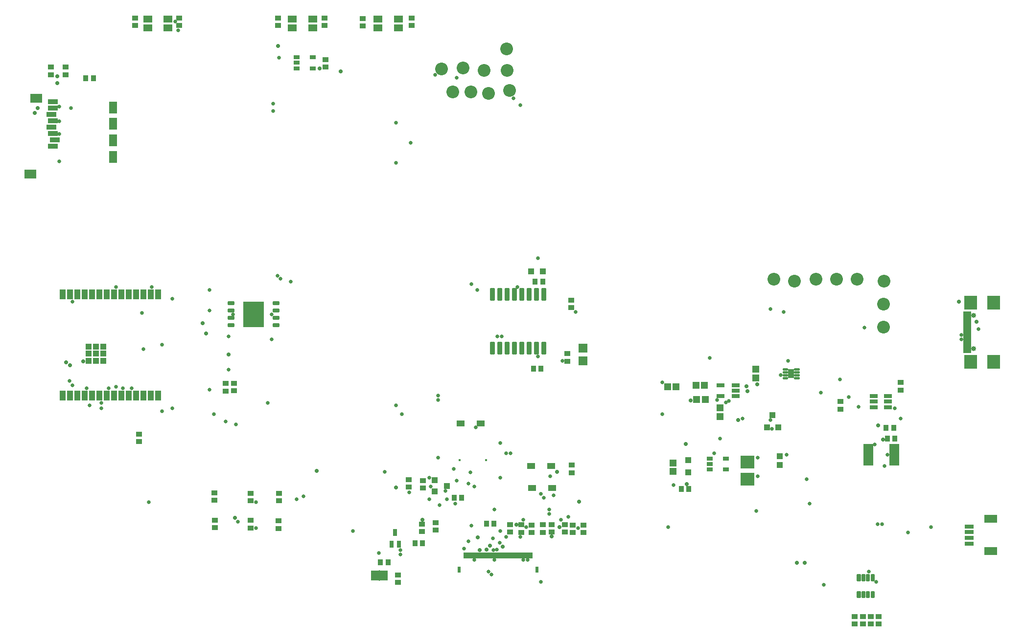
<source format=gbr>
G04 EAGLE Gerber RS-274X export*
G75*
%MOMM*%
%FSLAX34Y34*%
%LPD*%
%INSoldermask Top*%
%IPPOS*%
%AMOC8*
5,1,8,0,0,1.08239X$1,22.5*%
G01*
G04 Define Apertures*
%ADD10R,1.603200X1.253200*%
%ADD11R,1.103200X0.903200*%
%ADD12R,1.603200X1.603200*%
%ADD13R,0.903200X1.103200*%
%ADD14R,2.403200X2.203200*%
%ADD15R,1.003200X1.003200*%
%ADD16R,1.403200X0.803200*%
%ADD17R,1.143200X1.173200*%
%ADD18R,1.173200X1.143200*%
%ADD19R,1.103200X1.003200*%
%ADD20R,1.353200X1.003200*%
%ADD21R,1.003200X1.103200*%
%ADD22R,1.103200X0.803200*%
%ADD23R,1.353200X0.503200*%
%ADD24R,2.203200X2.383200*%
%ADD25C,0.853200*%
%ADD26R,0.503200X1.003200*%
%ADD27R,0.603200X1.003200*%
%ADD28R,2.203200X1.403200*%
%ADD29R,1.553200X0.803200*%
%ADD30R,1.403200X2.003200*%
%ADD31R,2.103200X1.603200*%
%ADD32R,1.703200X0.903200*%
%ADD33R,0.330200X0.330200*%
%ADD34R,1.403200X0.753200*%
%ADD35R,1.703200X3.803200*%
%ADD36R,0.703200X1.253200*%
%ADD37C,0.330503*%
%ADD38R,0.152400X1.828800*%
%ADD39R,1.371600X1.803400*%
%ADD40C,2.203200*%
%ADD41C,0.315166*%
%ADD42R,3.603200X4.503200*%
%ADD43R,1.103200X1.703200*%
%ADD44C,0.349006*%
%ADD45C,0.269722*%
%ADD46R,1.103200X1.503200*%
%ADD47C,0.705600*%
%ADD48C,0.655600*%
D10*
X400500Y1041828D03*
X365500Y1041828D03*
X365500Y1026828D03*
X400500Y1026828D03*
D11*
X264400Y397900D03*
X264400Y410900D03*
X798900Y152900D03*
X798900Y165900D03*
D12*
X868400Y450000D03*
X868400Y472000D03*
D11*
X589800Y154100D03*
X589800Y167100D03*
D13*
X1038300Y227800D03*
X1051300Y227800D03*
D11*
X1366200Y-5700D03*
X1366200Y7300D03*
X293200Y207900D03*
X293200Y220900D03*
X613400Y157100D03*
X613400Y170100D03*
D14*
X1153000Y244900D03*
X1153000Y274900D03*
D11*
X1352100Y-5500D03*
X1352100Y7500D03*
X1417300Y399300D03*
X1417300Y412300D03*
X230900Y208700D03*
X230900Y221700D03*
X848900Y256300D03*
X848900Y269300D03*
X342000Y207900D03*
X342000Y220900D03*
X761400Y152900D03*
X761400Y165900D03*
X836800Y153400D03*
X836800Y166400D03*
D13*
X8100Y939400D03*
X21100Y939400D03*
D10*
X548500Y1041828D03*
X513500Y1041828D03*
X513500Y1026828D03*
X548500Y1026828D03*
D15*
X1208800Y269500D03*
X1208800Y284500D03*
D11*
X1313700Y366500D03*
X1313700Y379500D03*
D16*
X1370800Y388800D03*
X1370800Y379300D03*
X1370800Y369800D03*
X1395800Y369800D03*
X1395800Y379300D03*
X1395800Y388800D03*
D17*
X1167200Y420300D03*
X1167200Y435300D03*
X1105000Y353300D03*
X1105000Y368300D03*
D18*
X1014300Y404800D03*
X1029300Y404800D03*
D19*
X1049900Y256915D03*
X1049900Y277915D03*
D20*
X656400Y341800D03*
X691400Y341800D03*
X779700Y230100D03*
X814700Y230100D03*
X778100Y267600D03*
X813100Y267600D03*
D18*
X1063300Y407800D03*
X1078300Y407800D03*
D21*
X778078Y604900D03*
X799078Y604900D03*
D17*
X1023600Y258300D03*
X1023600Y273300D03*
D18*
X1064900Y382800D03*
X1079900Y382800D03*
D11*
X850500Y152571D03*
X850500Y165571D03*
X814100Y153500D03*
X814100Y166500D03*
X778900Y152415D03*
X778900Y165415D03*
X742000Y153571D03*
X742000Y166571D03*
X1337800Y-5900D03*
X1337800Y7100D03*
X1379500Y-5500D03*
X1379500Y7500D03*
D13*
X701400Y167600D03*
X714400Y167600D03*
X1394500Y315600D03*
X1407500Y315600D03*
X1392600Y333600D03*
X1405600Y333600D03*
D11*
X869200Y152600D03*
X869200Y165600D03*
D22*
X373000Y975500D03*
X373000Y966000D03*
X373000Y956500D03*
X401000Y956500D03*
X401000Y975500D03*
X1087400Y281000D03*
X1087400Y271500D03*
X1087400Y262000D03*
X1115400Y262000D03*
X1115400Y281000D03*
D23*
X1533028Y466100D03*
X1533028Y474100D03*
X1533028Y487100D03*
X1533028Y497100D03*
X1533028Y502100D03*
X1533028Y512100D03*
X1533028Y525100D03*
X1533028Y533100D03*
X1533028Y530100D03*
X1533028Y522100D03*
X1533028Y517100D03*
X1533028Y507100D03*
X1533028Y492100D03*
X1533028Y482100D03*
X1533028Y477100D03*
X1533028Y469100D03*
D24*
X1578078Y448500D03*
X1578078Y550700D03*
X1538778Y448500D03*
X1538778Y550700D03*
D25*
X1543778Y470700D03*
X1543778Y528500D03*
D26*
X778700Y113000D03*
X773700Y113000D03*
X768700Y113000D03*
X763700Y113000D03*
X758700Y113000D03*
X753700Y113000D03*
X748700Y113000D03*
X743700Y113000D03*
X738700Y113000D03*
X733700Y113000D03*
X728700Y113000D03*
X723700Y113000D03*
X718700Y113000D03*
X713700Y113000D03*
X708700Y113000D03*
X703700Y113000D03*
X698700Y113000D03*
X693700Y113000D03*
X688700Y113000D03*
X683700Y113000D03*
X678700Y113000D03*
X673700Y113000D03*
X668700Y113000D03*
X663700Y113000D03*
D27*
X788700Y88000D03*
X653700Y88000D03*
D28*
X1573078Y120200D03*
X1573078Y176200D03*
D29*
X1536328Y133200D03*
X1536328Y143200D03*
X1536328Y153200D03*
X1536328Y163200D03*
D30*
X54922Y803300D03*
X54922Y860300D03*
D31*
X-87578Y773300D03*
X-77578Y904800D03*
D32*
X-49078Y821300D03*
X-45078Y832300D03*
X-49078Y843300D03*
X-51078Y854300D03*
X-49078Y865300D03*
X-51078Y876300D03*
X-49078Y887300D03*
X-49078Y898300D03*
D30*
X54922Y831800D03*
X54922Y888800D03*
D33*
X654440Y278000D03*
X700160Y278000D03*
D34*
X1132001Y389000D03*
X1132001Y398500D03*
X1132001Y408000D03*
X1105999Y408000D03*
X1105999Y389000D03*
D35*
X1361300Y287400D03*
X1406300Y287400D03*
D21*
X1186600Y334600D03*
X1205600Y334600D03*
X1196100Y355600D03*
D19*
X611800Y243100D03*
X611800Y224100D03*
X632800Y233600D03*
D36*
X536900Y132100D03*
X549900Y132100D03*
X543400Y153100D03*
D11*
X100500Y310300D03*
X100500Y323300D03*
X-26700Y945400D03*
X-26700Y958400D03*
D13*
X518000Y101100D03*
X531000Y101100D03*
D11*
X840600Y449300D03*
X840600Y462300D03*
X848100Y542000D03*
X848100Y555000D03*
D13*
X782500Y436000D03*
X795500Y436000D03*
D11*
X249900Y397800D03*
X249900Y410800D03*
D13*
X645200Y212800D03*
X658200Y212800D03*
X785300Y587000D03*
X798300Y587000D03*
X577800Y133915D03*
X590800Y133915D03*
D11*
X567000Y231300D03*
X567000Y244300D03*
X548100Y66071D03*
X548100Y79071D03*
X231600Y160900D03*
X231600Y173900D03*
X-52500Y945400D03*
X-52500Y958400D03*
X422400Y958700D03*
X422400Y971700D03*
X571600Y1030578D03*
X571600Y1043578D03*
X420800Y1030578D03*
X420800Y1043578D03*
X170000Y1030578D03*
X170000Y1043578D03*
X293200Y160700D03*
X293200Y173700D03*
D10*
X150500Y1041828D03*
X115500Y1041828D03*
X115500Y1026828D03*
X150500Y1026828D03*
D11*
X340600Y1030578D03*
X340600Y1043578D03*
X591000Y229500D03*
X591000Y242500D03*
X487200Y1029500D03*
X487200Y1042500D03*
X341600Y159900D03*
X341600Y172900D03*
X93400Y1030500D03*
X93400Y1043500D03*
D37*
X1346964Y79024D02*
X1346964Y70136D01*
X1343236Y70136D01*
X1343236Y79024D01*
X1346964Y79024D01*
X1346964Y73276D02*
X1343236Y73276D01*
X1343236Y76416D02*
X1346964Y76416D01*
X1354964Y79024D02*
X1354964Y70136D01*
X1351236Y70136D01*
X1351236Y79024D01*
X1354964Y79024D01*
X1354964Y73276D02*
X1351236Y73276D01*
X1351236Y76416D02*
X1354964Y76416D01*
X1362964Y79024D02*
X1362964Y70136D01*
X1359236Y70136D01*
X1359236Y79024D01*
X1362964Y79024D01*
X1362964Y73276D02*
X1359236Y73276D01*
X1359236Y76416D02*
X1362964Y76416D01*
X1370964Y79024D02*
X1370964Y70136D01*
X1367236Y70136D01*
X1367236Y79024D01*
X1370964Y79024D01*
X1370964Y73276D02*
X1367236Y73276D01*
X1367236Y76416D02*
X1370964Y76416D01*
X1371164Y49864D02*
X1371164Y40976D01*
X1367436Y40976D01*
X1367436Y49864D01*
X1371164Y49864D01*
X1371164Y44116D02*
X1367436Y44116D01*
X1367436Y47256D02*
X1371164Y47256D01*
X1362964Y49864D02*
X1362964Y40976D01*
X1359236Y40976D01*
X1359236Y49864D01*
X1362964Y49864D01*
X1362964Y44116D02*
X1359236Y44116D01*
X1359236Y47256D02*
X1362964Y47256D01*
X1354964Y49864D02*
X1354964Y40976D01*
X1351236Y40976D01*
X1351236Y49864D01*
X1354964Y49864D01*
X1354964Y44116D02*
X1351236Y44116D01*
X1351236Y47256D02*
X1354964Y47256D01*
X1346964Y49864D02*
X1346964Y40976D01*
X1343236Y40976D01*
X1343236Y49864D01*
X1346964Y49864D01*
X1346964Y44116D02*
X1343236Y44116D01*
X1343236Y47256D02*
X1346964Y47256D01*
D38*
X516200Y78500D03*
D39*
X508580Y78500D03*
X523820Y78500D03*
D40*
X623100Y955200D03*
X1198400Y591200D03*
X704900Y913200D03*
X673900Y915200D03*
X642924Y915200D03*
X1233900Y588200D03*
X1271400Y591200D03*
X735900Y990200D03*
X1306400Y591200D03*
X660900Y957000D03*
X1388100Y508000D03*
X697300Y953000D03*
X736500Y953000D03*
X740700Y918000D03*
X1387900Y548000D03*
X1389100Y588000D03*
X1342300Y591000D03*
D41*
X263490Y548010D02*
X255210Y548010D01*
X255210Y551290D01*
X263490Y551290D01*
X263490Y548010D01*
X263490Y551004D02*
X255210Y551004D01*
X255210Y535310D02*
X263490Y535310D01*
X255210Y535310D02*
X255210Y538590D01*
X263490Y538590D01*
X263490Y535310D01*
X263490Y538304D02*
X255210Y538304D01*
X255210Y522610D02*
X263490Y522610D01*
X255210Y522610D02*
X255210Y525890D01*
X263490Y525890D01*
X263490Y522610D01*
X263490Y525604D02*
X255210Y525604D01*
X255210Y509910D02*
X263490Y509910D01*
X255210Y509910D02*
X255210Y513190D01*
X263490Y513190D01*
X263490Y509910D01*
X263490Y512904D02*
X255210Y512904D01*
X333110Y509910D02*
X341390Y509910D01*
X333110Y509910D02*
X333110Y513190D01*
X341390Y513190D01*
X341390Y509910D01*
X341390Y512904D02*
X333110Y512904D01*
X333110Y522610D02*
X341390Y522610D01*
X333110Y522610D02*
X333110Y525890D01*
X341390Y525890D01*
X341390Y522610D01*
X341390Y525604D02*
X333110Y525604D01*
X333110Y535310D02*
X341390Y535310D01*
X333110Y535310D02*
X333110Y538590D01*
X341390Y538590D01*
X341390Y535310D01*
X341390Y538304D02*
X333110Y538304D01*
X333110Y548010D02*
X341390Y548010D01*
X333110Y548010D02*
X333110Y551290D01*
X341390Y551290D01*
X341390Y548010D01*
X341390Y551004D02*
X333110Y551004D01*
D42*
X298300Y530600D03*
D43*
X-31600Y389900D03*
X-18900Y389900D03*
X-6200Y389900D03*
X6500Y389900D03*
X19200Y389900D03*
X31900Y389900D03*
X44600Y389900D03*
X57300Y389900D03*
X70000Y389900D03*
X82700Y389900D03*
X95400Y389900D03*
X108100Y389900D03*
X120800Y389900D03*
X133500Y389900D03*
X133500Y564900D03*
X120800Y564900D03*
X108100Y564900D03*
X95400Y564900D03*
X82700Y564900D03*
X70000Y564900D03*
X57300Y564900D03*
X44600Y564900D03*
X31900Y564900D03*
X19200Y564900D03*
X6500Y564900D03*
X-6200Y564900D03*
X-18900Y564900D03*
X-31600Y564900D03*
D15*
X25600Y462350D03*
X13100Y449850D03*
X13100Y462350D03*
X13100Y474850D03*
X25600Y449850D03*
X25600Y474850D03*
X38100Y449850D03*
X38100Y462350D03*
X38100Y474850D03*
D44*
X798129Y555529D02*
X798129Y574571D01*
X802571Y574571D01*
X802571Y555529D01*
X798129Y555529D01*
X798129Y558844D02*
X802571Y558844D01*
X802571Y562159D02*
X798129Y562159D01*
X798129Y565474D02*
X802571Y565474D01*
X802571Y568789D02*
X798129Y568789D01*
X798129Y572104D02*
X802571Y572104D01*
X785429Y574571D02*
X785429Y555529D01*
X785429Y574571D02*
X789871Y574571D01*
X789871Y555529D01*
X785429Y555529D01*
X785429Y558844D02*
X789871Y558844D01*
X789871Y562159D02*
X785429Y562159D01*
X785429Y565474D02*
X789871Y565474D01*
X789871Y568789D02*
X785429Y568789D01*
X785429Y572104D02*
X789871Y572104D01*
X772729Y574571D02*
X772729Y555529D01*
X772729Y574571D02*
X777171Y574571D01*
X777171Y555529D01*
X772729Y555529D01*
X772729Y558844D02*
X777171Y558844D01*
X777171Y562159D02*
X772729Y562159D01*
X772729Y565474D02*
X777171Y565474D01*
X777171Y568789D02*
X772729Y568789D01*
X772729Y572104D02*
X777171Y572104D01*
X760029Y574571D02*
X760029Y555529D01*
X760029Y574571D02*
X764471Y574571D01*
X764471Y555529D01*
X760029Y555529D01*
X760029Y558844D02*
X764471Y558844D01*
X764471Y562159D02*
X760029Y562159D01*
X760029Y565474D02*
X764471Y565474D01*
X764471Y568789D02*
X760029Y568789D01*
X760029Y572104D02*
X764471Y572104D01*
X747329Y574571D02*
X747329Y555529D01*
X747329Y574571D02*
X751771Y574571D01*
X751771Y555529D01*
X747329Y555529D01*
X747329Y558844D02*
X751771Y558844D01*
X751771Y562159D02*
X747329Y562159D01*
X747329Y565474D02*
X751771Y565474D01*
X751771Y568789D02*
X747329Y568789D01*
X747329Y572104D02*
X751771Y572104D01*
X734629Y574571D02*
X734629Y555529D01*
X734629Y574571D02*
X739071Y574571D01*
X739071Y555529D01*
X734629Y555529D01*
X734629Y558844D02*
X739071Y558844D01*
X739071Y562159D02*
X734629Y562159D01*
X734629Y565474D02*
X739071Y565474D01*
X739071Y568789D02*
X734629Y568789D01*
X734629Y572104D02*
X739071Y572104D01*
X721929Y574571D02*
X721929Y555529D01*
X721929Y574571D02*
X726371Y574571D01*
X726371Y555529D01*
X721929Y555529D01*
X721929Y558844D02*
X726371Y558844D01*
X726371Y562159D02*
X721929Y562159D01*
X721929Y565474D02*
X726371Y565474D01*
X726371Y568789D02*
X721929Y568789D01*
X721929Y572104D02*
X726371Y572104D01*
X709229Y574571D02*
X709229Y555529D01*
X709229Y574571D02*
X713671Y574571D01*
X713671Y555529D01*
X709229Y555529D01*
X709229Y558844D02*
X713671Y558844D01*
X713671Y562159D02*
X709229Y562159D01*
X709229Y565474D02*
X713671Y565474D01*
X713671Y568789D02*
X709229Y568789D01*
X709229Y572104D02*
X713671Y572104D01*
X709229Y481471D02*
X709229Y462429D01*
X709229Y481471D02*
X713671Y481471D01*
X713671Y462429D01*
X709229Y462429D01*
X709229Y465744D02*
X713671Y465744D01*
X713671Y469059D02*
X709229Y469059D01*
X709229Y472374D02*
X713671Y472374D01*
X713671Y475689D02*
X709229Y475689D01*
X709229Y479004D02*
X713671Y479004D01*
X721929Y481471D02*
X721929Y462429D01*
X721929Y481471D02*
X726371Y481471D01*
X726371Y462429D01*
X721929Y462429D01*
X721929Y465744D02*
X726371Y465744D01*
X726371Y469059D02*
X721929Y469059D01*
X721929Y472374D02*
X726371Y472374D01*
X726371Y475689D02*
X721929Y475689D01*
X721929Y479004D02*
X726371Y479004D01*
X734629Y481471D02*
X734629Y462429D01*
X734629Y481471D02*
X739071Y481471D01*
X739071Y462429D01*
X734629Y462429D01*
X734629Y465744D02*
X739071Y465744D01*
X739071Y469059D02*
X734629Y469059D01*
X734629Y472374D02*
X739071Y472374D01*
X739071Y475689D02*
X734629Y475689D01*
X734629Y479004D02*
X739071Y479004D01*
X747329Y481471D02*
X747329Y462429D01*
X747329Y481471D02*
X751771Y481471D01*
X751771Y462429D01*
X747329Y462429D01*
X747329Y465744D02*
X751771Y465744D01*
X751771Y469059D02*
X747329Y469059D01*
X747329Y472374D02*
X751771Y472374D01*
X751771Y475689D02*
X747329Y475689D01*
X747329Y479004D02*
X751771Y479004D01*
X760029Y481471D02*
X760029Y462429D01*
X760029Y481471D02*
X764471Y481471D01*
X764471Y462429D01*
X760029Y462429D01*
X760029Y465744D02*
X764471Y465744D01*
X764471Y469059D02*
X760029Y469059D01*
X760029Y472374D02*
X764471Y472374D01*
X764471Y475689D02*
X760029Y475689D01*
X760029Y479004D02*
X764471Y479004D01*
X772729Y481471D02*
X772729Y462429D01*
X772729Y481471D02*
X777171Y481471D01*
X777171Y462429D01*
X772729Y462429D01*
X772729Y465744D02*
X777171Y465744D01*
X777171Y469059D02*
X772729Y469059D01*
X772729Y472374D02*
X777171Y472374D01*
X777171Y475689D02*
X772729Y475689D01*
X772729Y479004D02*
X777171Y479004D01*
X785429Y481471D02*
X785429Y462429D01*
X785429Y481471D02*
X789871Y481471D01*
X789871Y462429D01*
X785429Y462429D01*
X785429Y465744D02*
X789871Y465744D01*
X789871Y469059D02*
X785429Y469059D01*
X785429Y472374D02*
X789871Y472374D01*
X789871Y475689D02*
X785429Y475689D01*
X785429Y479004D02*
X789871Y479004D01*
X798129Y481471D02*
X798129Y462429D01*
X798129Y481471D02*
X802571Y481471D01*
X802571Y462429D01*
X798129Y462429D01*
X798129Y465744D02*
X802571Y465744D01*
X802571Y469059D02*
X798129Y469059D01*
X798129Y472374D02*
X802571Y472374D01*
X802571Y475689D02*
X798129Y475689D01*
X798129Y479004D02*
X802571Y479004D01*
D45*
X1214582Y434482D02*
X1221518Y434482D01*
X1214582Y434482D02*
X1214582Y436518D01*
X1221518Y436518D01*
X1221518Y434482D01*
X1221518Y429482D02*
X1214582Y429482D01*
X1214582Y431518D01*
X1221518Y431518D01*
X1221518Y429482D01*
X1221518Y424482D02*
X1214582Y424482D01*
X1214582Y426518D01*
X1221518Y426518D01*
X1221518Y424482D01*
X1221518Y419482D02*
X1214582Y419482D01*
X1214582Y421518D01*
X1221518Y421518D01*
X1221518Y419482D01*
X1234282Y419482D02*
X1241218Y419482D01*
X1234282Y419482D02*
X1234282Y421518D01*
X1241218Y421518D01*
X1241218Y419482D01*
X1241218Y424482D02*
X1234282Y424482D01*
X1234282Y426518D01*
X1241218Y426518D01*
X1241218Y424482D01*
X1241218Y429482D02*
X1234282Y429482D01*
X1234282Y431518D01*
X1241218Y431518D01*
X1241218Y429482D01*
X1241218Y434482D02*
X1234282Y434482D01*
X1234282Y436518D01*
X1241218Y436518D01*
X1241218Y434482D01*
D46*
X1227900Y428000D03*
D47*
X-80000Y879000D03*
X-41000Y931000D03*
X-19000Y442000D03*
X1169200Y409300D03*
X1151000Y406000D03*
X1379000Y338000D03*
X1518000Y552000D03*
X4000Y449000D03*
X814000Y146000D03*
X1054000Y381164D03*
X545000Y231000D03*
X686000Y144000D03*
X449250Y951225D03*
X1046000Y306000D03*
X341000Y995000D03*
X412627Y956373D03*
X1252000Y100000D03*
X209975Y515500D03*
X689750Y122000D03*
X407775Y259250D03*
X254725Y460750D03*
X861000Y206000D03*
X216518Y497500D03*
X1136500Y347500D03*
X823000Y258000D03*
X701000Y123000D03*
X729333Y128333D03*
X707084Y130000D03*
X266000Y178000D03*
X827700Y162300D03*
X590000Y175000D03*
X1047623Y236377D03*
X1387000Y314000D03*
X1549000Y518000D03*
D48*
X617500Y390000D03*
X1522500Y487500D03*
X602500Y210000D03*
X1552500Y505000D03*
X632500Y210000D03*
X817500Y217500D03*
X795000Y220000D03*
X1395000Y287500D03*
X1220000Y287500D03*
X1024779Y234779D03*
X1417500Y350000D03*
X1372500Y305000D03*
X1345000Y370000D03*
X140000Y362500D03*
X1407500Y367500D03*
X1522500Y495000D03*
X1327500Y387500D03*
X157500Y367500D03*
X605000Y232500D03*
X385000Y215000D03*
X330000Y530000D03*
X262500Y530000D03*
X-20000Y415000D03*
X1105000Y315000D03*
X1005000Y357500D03*
X685000Y572500D03*
X470000Y155000D03*
X570000Y827500D03*
X340000Y597500D03*
X35000Y377500D03*
X322500Y377500D03*
X-37500Y865000D03*
X1192500Y540000D03*
X718769Y123166D03*
X222500Y537500D03*
X-15000Y552500D03*
X167500Y1022500D03*
X-37500Y890000D03*
X-17500Y887500D03*
X760000Y892500D03*
X747500Y905000D03*
X715000Y105000D03*
X1015000Y162500D03*
X1312500Y417500D03*
X47500Y402500D03*
X330000Y487500D03*
X-37500Y842500D03*
X345000Y592500D03*
X515000Y117500D03*
X1115000Y378374D03*
X842500Y180000D03*
X15000Y372500D03*
X645000Y262500D03*
X1192500Y347500D03*
X1355000Y507500D03*
X1210000Y425000D03*
X1144294Y350000D03*
X1195000Y332500D03*
X1095000Y290000D03*
X760000Y145000D03*
X630000Y225000D03*
X680000Y232500D03*
X1377500Y167500D03*
X712975Y122330D03*
X650000Y242500D03*
X1170000Y250000D03*
X673500Y256500D03*
X567129Y222129D03*
X811762Y249914D03*
X1167500Y190000D03*
X810000Y192500D03*
X725000Y307500D03*
X742500Y290000D03*
X772500Y105000D03*
X552500Y115000D03*
X-37500Y795000D03*
X362500Y587500D03*
X765000Y105000D03*
X552500Y122500D03*
X271320Y171180D03*
X1170000Y282500D03*
X525000Y257500D03*
X545000Y372500D03*
X1120654Y380914D03*
X617500Y382500D03*
X1100000Y382500D03*
X712500Y142500D03*
X302500Y160000D03*
X830000Y175000D03*
X1087500Y455000D03*
X545000Y792500D03*
X107500Y470000D03*
X255000Y492500D03*
X735000Y290000D03*
X230000Y357500D03*
X555000Y357500D03*
X332500Y895000D03*
X612500Y945000D03*
X332500Y882500D03*
X650000Y940000D03*
X122500Y577500D03*
X755000Y577500D03*
X647500Y202500D03*
X302500Y205000D03*
X800000Y212500D03*
X140000Y477500D03*
X255000Y435000D03*
X1260000Y202500D03*
X372500Y210000D03*
X602500Y247500D03*
X267500Y340000D03*
X1430000Y152500D03*
X1362500Y85000D03*
X832500Y450000D03*
X790000Y457500D03*
X105000Y532500D03*
X1222500Y450000D03*
X1470000Y162500D03*
X1375000Y67500D03*
X670000Y237500D03*
X725000Y247500D03*
X250000Y345000D03*
X1255000Y245000D03*
X735000Y145000D03*
X725000Y155000D03*
X60000Y577500D03*
X675000Y582500D03*
X342500Y975000D03*
X162500Y1037500D03*
X-15000Y407500D03*
X60000Y405000D03*
X720000Y492500D03*
X1215000Y535000D03*
X855000Y535000D03*
X72500Y402500D03*
X727500Y492500D03*
X10000Y402500D03*
X117500Y205000D03*
X710000Y80000D03*
X35000Y367500D03*
X222500Y400000D03*
X87500Y402500D03*
X222500Y572500D03*
X157500Y557500D03*
X662500Y125000D03*
X724077Y135217D03*
X670000Y137500D03*
X770000Y162500D03*
X675000Y165000D03*
X765000Y175000D03*
X680000Y105000D03*
X860000Y160000D03*
X705000Y85000D03*
X1385000Y167500D03*
X715000Y192500D03*
X1390000Y267500D03*
X795000Y67500D03*
X1285000Y62500D03*
X545000Y862500D03*
X790000Y627500D03*
X1005000Y412500D03*
X1280000Y395000D03*
X617500Y282500D03*
X682500Y335000D03*
X620000Y200000D03*
X810000Y185000D03*
D47*
X-75456Y887834D03*
X-41000Y942374D03*
X-25747Y447747D03*
X1152270Y397166D03*
X753118Y166544D03*
X1238086Y100000D03*
M02*

</source>
